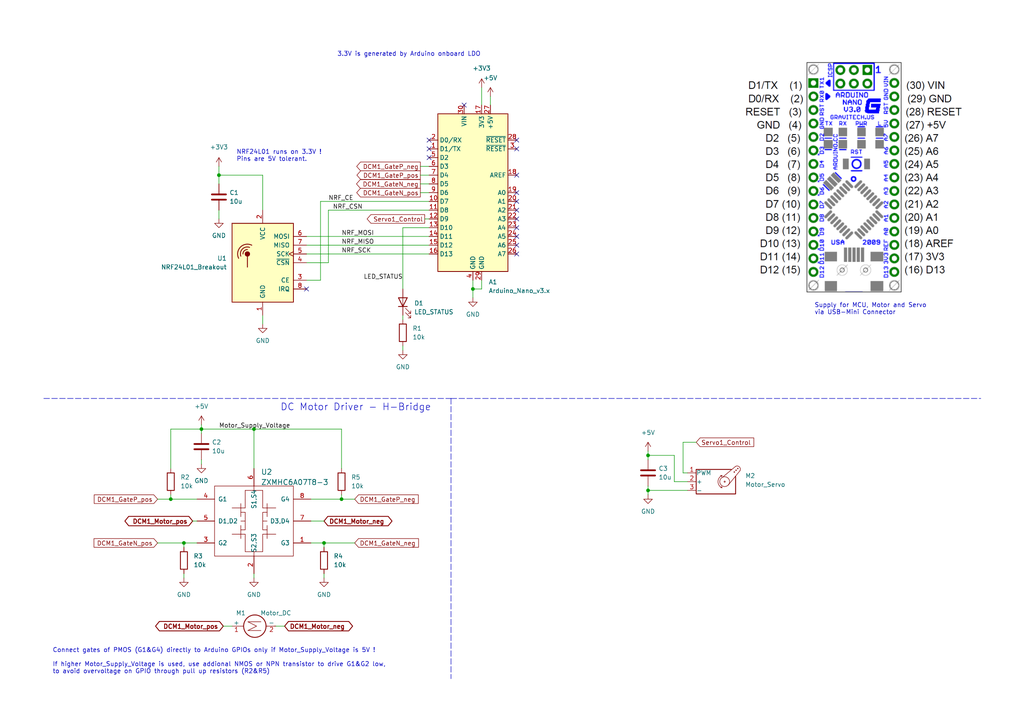
<source format=kicad_sch>
(kicad_sch (version 20211123) (generator eeschema)
  (paper "A4")
  (title_block (title "RC Receiver") (date "2022-10-07") (rev "1") (company "www.redlabs.de") (comment 1 "Julian Schindler"))
  (lib_symbols
    (symbol "Device:C" (pin_numbers hide) (pin_names (offset 0.254))
      (property "Reference" "C" (at 0.635 2.54 0))
      (property "Value" "C" (at 0.635 -2.54 0))
      (symbol "C_0_1"
        (polyline (pts (xy -2.032 -0.762) (xy 2.032 -0.762)) (stroke (width 0.508)))
        (polyline (pts (xy -2.032 0.762) (xy 2.032 0.762)) (stroke (width 0.508)))
      )
      (symbol "C_1_1"
        (pin passive line (at 0 3.81 270) (length 2.794) (name "~") (number "1"))
        (pin passive line (at 0 -3.81 90) (length 2.794) (name "~") (number "2"))
      )
    )
    (symbol "Device:LED" (pin_numbers hide) (pin_names (offset 1.016) hide)
      (property "Reference" "D" (at 0 2.54 0))
      (property "Value" "LED" (at 0 -2.54 0))
      (symbol "LED_0_1"
        (polyline (pts (xy -1.27 -1.27) (xy -1.27 1.27)) (stroke (width 0.254)))
        (polyline (pts (xy -1.27 0) (xy 1.27 0)))
        (polyline (pts (xy 1.27 -1.27) (xy 1.27 1.27) (xy -1.27 0) (xy 1.27 -1.27)) (stroke (width 0.254)))
        (polyline (pts (xy -3.048 -0.762) (xy -4.572 -2.286) (xy -3.81 -2.286) (xy -4.572 -2.286) (xy -4.572 -1.524)))
        (polyline (pts (xy -1.778 -0.762) (xy -3.302 -2.286) (xy -2.54 -2.286) (xy -3.302 -2.286) (xy -3.302 -1.524)))
      )
      (symbol "LED_1_1"
        (pin passive line (at -3.81 0 0) (length 2.54) (name "K") (number "1"))
        (pin passive line (at 3.81 0 180) (length 2.54) (name "A") (number "2"))
      )
    )
    (symbol "Device:R" (pin_numbers hide) (pin_names (offset 0))
      (property "Reference" "R" (at 2.032 0 90))
      (property "Value" "R" (at 0 0 90))
      (symbol "R_0_1"
        (rectangle (start -1.016 -2.54) (end 1.016 2.54) (stroke (width 0.254)))
      )
      (symbol "R_1_1"
        (pin passive line (at 0 3.81 270) (length 1.27) (name "~") (number "1"))
        (pin passive line (at 0 -3.81 90) (length 1.27) (name "~") (number "2"))
      )
    )
    (symbol "MCU_Module:Arduino_Nano_v3.x"
      (property "Reference" "A" (at -10.16 23.495 0))
      (property "Value" "Arduino_Nano_v3.x" (at 5.08 -24.13 0))
      (symbol "Arduino_Nano_v3.x_0_1"
        (rectangle (start -10.16 22.86) (end 10.16 -22.86) (stroke (width 0.254)) (fill (type background)))
      )
      (symbol "Arduino_Nano_v3.x_1_1"
        (pin bidirectional line (at -12.7 12.7 0) (length 2.54) (name "D1/TX") (number "1"))
        (pin bidirectional line (at -12.7 -2.54 0) (length 2.54) (name "D7") (number "10"))
        (pin bidirectional line (at -12.7 -5.08 0) (length 2.54) (name "D8") (number "11"))
        (pin bidirectional line (at -12.7 -7.62 0) (length 2.54) (name "D9") (number "12"))
        (pin bidirectional line (at -12.7 -10.16 0) (length 2.54) (name "D10") (number "13"))
        (pin bidirectional line (at -12.7 -12.7 0) (length 2.54) (name "D11") (number "14"))
        (pin bidirectional line (at -12.7 -15.24 0) (length 2.54) (name "D12") (number "15"))
        (pin bidirectional line (at -12.7 -17.78 0) (length 2.54) (name "D13") (number "16"))
        (pin power_out line (at 2.54 25.4 270) (length 2.54) (name "3V3") (number "17"))
        (pin input line (at 12.7 5.08 180) (length 2.54) (name "AREF") (number "18"))
        (pin bidirectional line (at 12.7 0 180) (length 2.54) (name "A0") (number "19"))
        (pin bidirectional line (at -12.7 15.24 0) (length 2.54) (name "D0/RX") (number "2"))
        (pin bidirectional line (at 12.7 -2.54 180) (length 2.54) (name "A1") (number "20"))
        (pin bidirectional line (at 12.7 -5.08 180) (length 2.54) (name "A2") (number "21"))
        (pin bidirectional line (at 12.7 -7.62 180) (length 2.54) (name "A3") (number "22"))
        (pin bidirectional line (at 12.7 -10.16 180) (length 2.54) (name "A4") (number "23"))
        (pin bidirectional line (at 12.7 -12.7 180) (length 2.54) (name "A5") (number "24"))
        (pin bidirectional line (at 12.7 -15.24 180) (length 2.54) (name "A6") (number "25"))
        (pin bidirectional line (at 12.7 -17.78 180) (length 2.54) (name "A7") (number "26"))
        (pin power_out line (at 5.08 25.4 270) (length 2.54) (name "+5V") (number "27"))
        (pin input line (at 12.7 15.24 180) (length 2.54) (name "~{RESET}") (number "28"))
        (pin power_in line (at 2.54 -25.4 90) (length 2.54) (name "GND") (number "29"))
        (pin input line (at 12.7 12.7 180) (length 2.54) (name "~{RESET}") (number "3"))
        (pin power_in line (at -2.54 25.4 270) (length 2.54) (name "VIN") (number "30"))
        (pin power_in line (at 0 -25.4 90) (length 2.54) (name "GND") (number "4"))
        (pin bidirectional line (at -12.7 10.16 0) (length 2.54) (name "D2") (number "5"))
        (pin bidirectional line (at -12.7 7.62 0) (length 2.54) (name "D3") (number "6"))
        (pin bidirectional line (at -12.7 5.08 0) (length 2.54) (name "D4") (number "7"))
        (pin bidirectional line (at -12.7 2.54 0) (length 2.54) (name "D5") (number "8"))
        (pin bidirectional line (at -12.7 0 0) (length 2.54) (name "D6") (number "9"))
      )
    )
    (symbol "Motor:Motor_DC" (pin_names (offset 0))
      (property "Reference" "M" (at 2.54 2.54 0))
      (property "Value" "Motor_DC" (at 2.54 -5.08 0))
      (symbol "Motor_DC_0_0"
        (polyline (pts (xy -1.27 -3.302) (xy -1.27 0.508) (xy 0 -2.032) (xy 1.27 0.508) (xy 1.27 -3.302)))
      )
      (symbol "Motor_DC_0_1"
        (circle (center 0 -1.524) (radius 3.2512) (stroke (width 0.254)))
        (polyline (pts (xy 0 -7.62) (xy 0 -7.112)))
        (polyline (pts (xy 0 -4.7752) (xy 0 -5.1816)))
        (polyline (pts (xy 0 1.7272) (xy 0 2.0828)))
        (polyline (pts (xy 0 2.032) (xy 0 2.54)))
      )
      (symbol "Motor_DC_1_1"
        (pin passive line (at 0 5.08 270) (length 2.54) (name "+") (number "1"))
        (pin passive line (at 0 -7.62 90) (length 2.54) (name "-") (number "2"))
      )
    )
    (symbol "Motor:Motor_Servo" (pin_names (offset 0.0254))
      (property "Reference" "M" (at -5.08 4.445 0))
      (property "Value" "Motor_Servo" (at -5.08 -4.064 0))
      (symbol "Motor_Servo_0_1"
        (polyline (pts (xy 2.413 -1.778) (xy 2.032 -1.778)))
        (polyline (pts (xy 2.413 -1.778) (xy 2.286 -1.397)))
        (polyline (pts (xy 2.413 1.778) (xy 1.905 1.778)))
        (polyline (pts (xy 2.413 1.778) (xy 2.286 1.397)))
        (polyline (pts (xy 6.35 4.445) (xy 2.54 1.27)))
        (polyline (pts (xy 7.62 3.175) (xy 4.191 -1.016)))
        (polyline (pts (xy 5.08 3.556) (xy -5.08 3.556) (xy -5.08 -3.556) (xy 6.35 -3.556) (xy 6.35 1.524)) (stroke (width 0.254)))
        (arc (start 2.413 1.778) (mid 1.2406 0) (end 2.413 -1.778))
        (circle (center 3.175 0) (radius 0.1778))
        (circle (center 3.175 0) (radius 1.4224))
        (circle (center 5.969 2.794) (radius 0.127))
        (circle (center 6.477 3.302) (radius 0.127))
        (circle (center 6.985 3.81) (radius 0.127))
        (arc (start 7.62 3.175) (mid 7.4485 4.2735) (end 6.35 4.445))
      )
      (symbol "Motor_Servo_1_1"
        (pin passive line (at -7.62 2.54 0) (length 2.54) (name "PWM") (number "1"))
        (pin passive line (at -7.62 0 0) (length 2.54) (name "+") (number "2"))
        (pin passive line (at -7.62 -2.54 0) (length 2.54) (name "-") (number "3"))
      )
    )
    (symbol "RF:NRF24L01_Breakout" (pin_names (offset 1.016))
      (property "Reference" "U" (at -8.89 12.7 0))
      (property "Value" "NRF24L01_Breakout" (at 3.81 12.7 0))
      (symbol "NRF24L01_Breakout_0_1"
        (rectangle (start -8.89 11.43) (end 8.89 -11.43) (stroke (width 0.254)) (fill (type background)))
        (polyline (pts (xy 4.445 1.905) (xy 4.445 -1.27)) (stroke (width 0.254)))
        (circle (center 4.445 2.54) (radius 0.635) (stroke (width 0.254)) (fill (type outline)))
        (arc (start 5.715 2.54) (mid 5.3559 3.4509) (end 4.445 3.81) (stroke (width 0.254)))
        (arc (start 6.35 1.905) (mid 5.8833 3.9783) (end 3.81 4.445) (stroke (width 0.254)))
        (arc (start 6.985 1.27) (mid 6.453 4.548) (end 3.175 5.08) (stroke (width 0.254)))
      )
      (symbol "NRF24L01_Breakout_1_1"
        (pin power_in line (at 0 -15.24 90) (length 3.81) (name "GND") (number "1"))
        (pin power_in line (at 0 15.24 270) (length 3.81) (name "VCC") (number "2"))
        (pin input line (at -12.7 -5.08 0) (length 3.81) (name "CE") (number "3"))
        (pin input line (at -12.7 0 0) (length 3.81) (name "~{CSN}") (number "4"))
        (pin input clock (at -12.7 2.54 0) (length 3.81) (name "SCK") (number "5"))
        (pin input line (at -12.7 7.62 0) (length 3.81) (name "MOSI") (number "6"))
        (pin output line (at -12.7 5.08 0) (length 3.81) (name "MISO") (number "7"))
        (pin output line (at -12.7 -7.62 0) (length 3.81) (name "IRQ") (number "8"))
      )
    )
    (symbol "power:+3.3V" (power) (pin_names (offset 0))
      (property "Value" "+3.3V" (at 0 3.556 0))
      (symbol "+3.3V_0_1"
        (polyline (pts (xy -0.762 1.27) (xy 0 2.54)))
        (polyline (pts (xy 0 0) (xy 0 2.54)))
        (polyline (pts (xy 0 2.54) (xy 0.762 1.27)))
      )
      (symbol "+3.3V_1_1"
        (pin power_in line (at 0 0 90) (length 0) hide (name "+3V3") (number "1"))
      )
    )
    (symbol "power:+5V" (power) (pin_names (offset 0))
      (property "Value" "+5V" (at 0 3.556 0))
      (symbol "+5V_0_1"
        (polyline (pts (xy -0.762 1.27) (xy 0 2.54)))
        (polyline (pts (xy 0 0) (xy 0 2.54)))
        (polyline (pts (xy 0 2.54) (xy 0.762 1.27)))
      )
      (symbol "+5V_1_1"
        (pin power_in line (at 0 0 90) (length 0) hide (name "+5V") (number "1"))
      )
    )
    (symbol "power:GND" (power) (pin_names (offset 0))
      (property "Value" "GND" (at 0 -3.81 0))
      (symbol "GND_0_1"
        (polyline (pts (xy 0 0) (xy 0 -1.27) (xy 1.27 -1.27) (xy 0 -2.54) (xy -1.27 -1.27) (xy 0 -1.27)))
      )
      (symbol "GND_1_1"
        (pin power_in line (at 0 0 270) (length 0) hide (name "GND") (number "1"))
      )
    )
    (symbol "redLabs:ZXMHC6A07T8-3" (pin_names (offset 1.016))
      (property "Reference" "U" (at 6.35 11.43 0))
      (property "Value" "ZXMHC6A07T8-3" (at 11.43 -11.43 0))
      (symbol "ZXMHC6A07T8-3_0_0"
        (polyline (pts (xy -2.54 0) (xy -3.81 0)))
        (polyline (pts (xy 2.54 0) (xy 3.81 0)))
      )
      (symbol "ZXMHC6A07T8-3_0_1"
        (rectangle (start -11.43 10.16) (end 11.43 -10.16))
        (polyline (pts (xy -3.81 -3.81) (xy -6.35 -3.81)))
        (polyline (pts (xy -3.81 -1.27) (xy -3.81 -5.08)))
        (polyline (pts (xy -3.81 3.81) (xy -6.35 3.81)))
        (polyline (pts (xy -3.81 5.08) (xy -3.81 1.27)))
        (polyline (pts (xy -2.54 -3.81) (xy -3.81 -3.81)))
        (polyline (pts (xy -2.54 -2.54) (xy -3.81 -2.54)))
        (polyline (pts (xy -2.54 2.54) (xy -3.81 2.54)))
        (polyline (pts (xy -2.54 2.54) (xy -2.54 -2.54)))
        (polyline (pts (xy -2.54 3.81) (xy -3.81 3.81)))
        (polyline (pts (xy -2.54 3.81) (xy -2.54 6.35)))
        (polyline (pts (xy -2.54 6.35) (xy -2.54 8.89)))
        (polyline (pts (xy -2.54 8.89) (xy 2.54 8.89)))
        (polyline (pts (xy 0 8.89) (xy 0 10.16)))
        (polyline (pts (xy 2.54 -2.54) (xy 3.81 -2.54)))
        (polyline (pts (xy 2.54 3.81) (xy 3.81 3.81)))
        (polyline (pts (xy 2.54 8.89) (xy 2.54 3.81)))
        (polyline (pts (xy 3.81 -3.81) (xy 2.54 -3.81)))
        (polyline (pts (xy 3.81 -3.81) (xy 6.35 -3.81)))
        (polyline (pts (xy 3.81 -1.27) (xy 3.81 -5.08)))
        (polyline (pts (xy 3.81 1.27) (xy 3.81 5.08)))
        (polyline (pts (xy 3.81 3.81) (xy 6.35 3.81)))
        (polyline (pts (xy 0 -8.89) (xy 2.54 -8.89) (xy 2.54 -3.81)))
        (polyline (pts (xy 3.81 2.54) (xy 2.54 2.54) (xy 2.54 -2.54)))
        (polyline (pts (xy -2.54 -3.81) (xy -2.54 -8.89) (xy 0 -8.89) (xy 0 -10.16)))
      )
      (symbol "ZXMHC6A07T8-3_1_1"
        (pin input line (at 16.51 -6.35 180) (length 5.08) (name "G3") (number "1"))
        (pin input line (at 0 -15.24 90) (length 5.08) (name "S2,S3") (number "2"))
        (pin input line (at -16.51 -6.35 0) (length 5.08) (name "G2") (number "3"))
        (pin input line (at -16.51 6.35 0) (length 5.08) (name "G1") (number "4"))
        (pin input line (at -16.51 0 0) (length 5.08) (name "D1,D2") (number "5"))
        (pin input line (at 0 15.24 270) (length 5.08) (name "S1,S4") (number "6"))
        (pin input line (at 16.51 0 180) (length 5.08) (name "D3,D4") (number "7"))
        (pin input line (at 16.51 6.35 180) (length 5.08) (name "G4") (number "8"))
      )
    )
  )
  (junction (at 63.5 50.8))
  (junction (at 187.96 132.08))
  (junction (at 53.34 157.48))
  (junction (at 58.42 124.46))
  (junction (at 187.96 142.24))
  (junction (at 137.16 83.82))
  (junction (at 99.06 144.78))
  (junction (at 93.98 157.48))
  (junction (at 49.53 144.78))
  (junction (at 73.66 124.46))
  (no_connect (at 124.46 45.72))
  (no_connect (at 149.86 58.42))
  (no_connect (at 149.86 60.96))
  (no_connect (at 149.86 63.5))
  (no_connect (at 149.86 66.04))
  (no_connect (at 149.86 68.58))
  (no_connect (at 149.86 71.12))
  (no_connect (at 149.86 73.66))
  (no_connect (at 149.86 55.88))
  (no_connect (at 134.62 30.48))
  (no_connect (at 124.46 40.64))
  (no_connect (at 149.86 40.64))
  (no_connect (at 124.46 43.18))
  (no_connect (at 149.86 43.18))
  (no_connect (at 88.9 83.82))
  (no_connect (at 149.86 50.8))
  (wire (pts (xy 90.17 151.13) (xy 93.98 151.13)))
  (wire (pts (xy 116.84 83.82) (xy 116.84 66.04)))
  (wire (pts (xy 58.42 123.19) (xy 58.42 124.46)))
  (wire (pts (xy 73.66 166.37) (xy 73.66 167.64)))
  (wire (pts (xy 198.12 128.27) (xy 201.93 128.27)))
  (wire (pts (xy 63.5 60.96) (xy 63.5 63.5)))
  (wire (pts (xy 198.12 137.16) (xy 198.12 128.27)))
  (wire (pts (xy 195.58 139.7) (xy 195.58 132.08)))
  (wire (pts (xy 187.96 142.24) (xy 199.39 142.24)))
  (wire (pts (xy 121.92 53.34) (xy 124.46 53.34)))
  (wire (pts (xy 88.9 81.28) (xy 92.964 81.28)))
  (wire (pts (xy 88.9 71.12) (xy 124.46 71.12)))
  (wire (pts (xy 49.53 124.46) (xy 49.53 135.89)))
  (wire (pts (xy 142.24 27.94) (xy 142.24 30.48)))
  (wire (pts (xy 121.92 55.88) (xy 124.46 55.88)))
  (wire (pts (xy 139.7 83.82) (xy 137.16 83.82)))
  (wire (pts (xy 93.98 157.48) (xy 90.17 157.48)))
  (wire (pts (xy 137.16 81.28) (xy 137.16 83.82)))
  (wire (pts (xy 99.06 124.46) (xy 73.66 124.46)))
  (wire (pts (xy 88.9 73.66) (xy 124.46 73.66)))
  (wire (pts (xy 58.42 124.46) (xy 58.42 125.73)))
  (wire (pts (xy 99.06 144.78) (xy 102.87 144.78)))
  (wire (pts (xy 116.84 101.6) (xy 116.84 100.33)))
  (wire (pts (xy 73.66 124.46) (xy 58.42 124.46)))
  (wire (pts (xy 80.01 181.61) (xy 82.55 181.61)))
  (wire (pts (xy 76.2 91.44) (xy 76.2 93.98)))
  (wire (pts (xy 99.06 144.78) (xy 90.17 144.78)))
  (wire (pts (xy 187.96 130.81) (xy 187.96 132.08)))
  (wire (pts (xy 76.2 50.8) (xy 63.5 50.8)))
  (polyline (pts (xy 130.81 115.57) (xy 284.48 115.57)))
  (wire (pts (xy 195.58 132.08) (xy 187.96 132.08)))
  (wire (pts (xy 116.84 92.71) (xy 116.84 91.44)))
  (wire (pts (xy 139.7 81.28) (xy 139.7 83.82)))
  (wire (pts (xy 95.25 76.2) (xy 95.25 60.96)))
  (wire (pts (xy 187.96 140.97) (xy 187.96 142.24)))
  (wire (pts (xy 88.9 68.58) (xy 124.46 68.58)))
  (wire (pts (xy 63.5 50.8) (xy 63.5 53.34)))
  (wire (pts (xy 199.39 139.7) (xy 195.58 139.7)))
  (wire (pts (xy 57.15 157.48) (xy 53.34 157.48)))
  (wire (pts (xy 99.06 143.51) (xy 99.06 144.78)))
  (wire (pts (xy 121.92 50.8) (xy 124.46 50.8)))
  (wire (pts (xy 187.96 142.24) (xy 187.96 143.51)))
  (wire (pts (xy 45.72 144.78) (xy 49.53 144.78)))
  (wire (pts (xy 95.25 60.96) (xy 124.46 60.96)))
  (wire (pts (xy 76.2 60.96) (xy 76.2 50.8)))
  (wire (pts (xy 88.9 76.2) (xy 95.25 76.2)))
  (wire (pts (xy 92.964 81.28) (xy 92.964 58.42)))
  (wire (pts (xy 137.16 83.82) (xy 137.16 86.36)))
  (polyline (pts (xy 12.7 115.57) (xy 130.81 115.57)))
  (wire (pts (xy 93.98 158.75) (xy 93.98 157.48)))
  (wire (pts (xy 63.5 48.26) (xy 63.5 50.8)))
  (wire (pts (xy 93.98 157.48) (xy 102.87 157.48)))
  (wire (pts (xy 99.06 124.46) (xy 99.06 135.89)))
  (wire (pts (xy 64.77 181.61) (xy 67.31 181.61)))
  (wire (pts (xy 53.34 166.37) (xy 53.34 167.64)))
  (wire (pts (xy 55.88 151.13) (xy 57.15 151.13)))
  (wire (pts (xy 57.15 144.78) (xy 49.53 144.78)))
  (wire (pts (xy 53.34 157.48) (xy 53.34 158.75)))
  (wire (pts (xy 49.53 144.78) (xy 49.53 143.51)))
  (wire (pts (xy 93.98 167.64) (xy 93.98 166.37)))
  (wire (pts (xy 45.72 157.48) (xy 53.34 157.48)))
  (wire (pts (xy 92.964 58.42) (xy 124.46 58.42)))
  (wire (pts (xy 49.53 124.46) (xy 58.42 124.46)))
  (wire (pts (xy 199.39 137.16) (xy 198.12 137.16)))
  (wire (pts (xy 121.92 48.26) (xy 124.46 48.26)))
  (wire (pts (xy 58.42 133.35) (xy 58.42 134.62)))
  (wire (pts (xy 123.19 63.5) (xy 124.46 63.5)))
  (polyline (pts (xy 130.81 115.57) (xy 130.81 196.85)))
  (wire (pts (xy 116.84 66.04) (xy 124.46 66.04)))
  (wire (pts (xy 73.66 135.89) (xy 73.66 124.46)))
  (wire (pts (xy 139.7 25.4) (xy 139.7 30.48)))
  (wire (pts (xy 187.96 132.08) (xy 187.96 133.35)))
  (image (at 247.904 51.308))
  (text "3.3V is generated by Arduino onboard LDO" (at 97.79 16.51 0) (effects (font (size 1.27 1.27)) (justify left bottom)))
  (text "NRF24L01 runs on 3.3V !\nPins are 5V tolerant." (at 68.58 46.99 0) (effects (font (size 1.27 1.27)) (justify left bottom)))
  (text "Connect gates of PMOS (G1&G4) directly to Arduino GPIOs only if Motor_Supply_Voltage is 5V !\n\nIf higher Motor_Supply_Voltage is used, use addional NMOS or NPN transistor to drive G1&G2 low, \nto avoid overvoltage on GPIO through pull up resistors (R2&R5)" (at 15.24 195.58 0) (effects (font (size 1.27 1.27)) (justify left bottom)))
  (text "Supply for MCU, Motor and Servo\nvia USB-Mini Connector" (at 236.22 91.44 0) (effects (font (size 1.27 1.27)) (justify left bottom)))
  (text "DC Motor Driver - H-Bridge" (at 81.28 119.38 0) (effects (font (size 2 2)) (justify left bottom)))
  (label "Motor_Supply_Voltage" (at 63.5 124.46 0))
  (label "NRF_SCK" (at 99.06 73.66 0))
  (label "NRF_CSN" (at 96.52 60.96 0))
  (label "NRF_MISO" (at 99.06 71.12 0))
  (label "LED_STATUS" (at 116.84 81.28 180))
  (label "NRF_MOSI" (at 99.06 68.58 0))
  (label "NRF_CE" (at 95.25 58.42 0))
  (global_label "DCM1_GateP_neg" (shape input) (at 102.87 144.78 0) (property "Intersheet References" "${INTERSHEET_REFS}" (effects hide)))
  (global_label "DCM1_GateN_pos" (shape output) (at 121.92 55.88 180) (property "Intersheet References" "${INTERSHEET_REFS}" (effects hide)))
  (global_label "DCM1_GateP_pos" (shape input) (at 45.72 144.78 180) (property "Intersheet References" "${INTERSHEET_REFS}" (effects hide)))
  (global_label "DCM1_Motor_neg" (shape bidirectional) (at 93.98 151.13 0) (effects (font (thickness 0.254) bold)) (property "Intersheet References" "${INTERSHEET_REFS}" (effects hide)))
  (global_label "Servo1_Control" (shape input) (at 201.93 128.27 0) (property "Intersheet References" "${INTERSHEET_REFS}" (effects hide)))
  (global_label "DCM1_Motor_pos" (shape bidirectional) (at 55.88 151.13 180) (effects (font (thickness 0.254) bold)) (property "Intersheet References" "${INTERSHEET_REFS}" (effects hide)))
  (global_label "DCM1_GateP_neg" (shape output) (at 121.92 48.26 180) (property "Intersheet References" "${INTERSHEET_REFS}" (effects hide)))
  (global_label "DCM1_Motor_neg" (shape bidirectional) (at 82.55 181.61 0) (effects (font (thickness 0.254) bold)) (property "Intersheet References" "${INTERSHEET_REFS}" (effects hide)))
  (global_label "DCM1_GateN_pos" (shape input) (at 45.72 157.48 180) (property "Intersheet References" "${INTERSHEET_REFS}" (effects hide)))
  (global_label "DCM1_GateN_neg" (shape output) (at 121.92 53.34 180) (property "Intersheet References" "${INTERSHEET_REFS}" (effects hide)))
  (global_label "DCM1_Motor_pos" (shape bidirectional) (at 64.77 181.61 180) (effects (font (thickness 0.254) bold)) (property "Intersheet References" "${INTERSHEET_REFS}" (effects hide)))
  (global_label "Servo1_Control" (shape output) (at 123.19 63.5 180) (property "Intersheet References" "${INTERSHEET_REFS}" (effects hide)))
  (global_label "DCM1_GateP_pos" (shape output) (at 121.92 50.8 180) (property "Intersheet References" "${INTERSHEET_REFS}" (effects hide)))
  (global_label "DCM1_GateN_neg" (shape input) (at 102.87 157.48 0) (property "Intersheet References" "${INTERSHEET_REFS}" (effects hide)))
  (symbol (lib_id "RF:NRF24L01_Breakout") (at 76.2 76.2 0) (mirror y) (unit 1)
    (property "Reference" "U1" (at 65.786 74.9299 0) (effects (justify left)))
    (property "Value" "NRF24L01_Breakout" (at 65.786 77.4699 0) (effects (justify left)))
    (property "Footprint" "RF_Module:nRF24L01_Breakout" (effects hide))
    (property "Datasheet" "http://www.nordicsemi.com/eng/content/download/2730/34105/file/nRF24L01_Product_Specification_v2_0.pdf" (effects hide))
  )
  (symbol (lib_id "power:GND") (at 187.96 143.51 0) (unit 1)
    (property "Reference" "#PWR016" (effects hide))
    (property "Value" "GND" (at 187.96 148.336 0))
  )
  (symbol (lib_id "power:GND") (at 58.42 134.62 0) (unit 1)
    (property "Reference" "#PWR010" (effects hide))
    (property "Value" "GND" (at 58.42 139.446 0))
  )
  (symbol (lib_id "Device:C") (at 63.5 57.15 0) (unit 1)
    (property "Reference" "C1" (at 66.548 55.8799 0) (effects (justify left)))
    (property "Value" "10u" (at 66.548 58.4199 0) (effects (justify left)))
  )
  (symbol (lib_id "power:GND") (at 76.2 93.98 0) (unit 1)
    (property "Reference" "#PWR011" (effects hide))
    (property "Value" "GND" (at 76.2 98.806 0))
  )
  (symbol (lib_id "Device:R") (at 99.06 139.7 180) (unit 1)
    (property "Reference" "R5" (at 101.854 138.4299 0) (effects (justify right)))
    (property "Value" "10k" (at 101.854 140.9699 0) (effects (justify right)))
  )
  (symbol (lib_id "power:GND") (at 53.34 167.64 0) (unit 1)
    (property "Reference" "#PWR07" (effects hide))
    (property "Value" "GND" (at 53.34 172.466 0))
  )
  (symbol (lib_id "Device:R") (at 93.98 162.56 180) (unit 1)
    (property "Reference" "R4" (at 96.774 161.2899 0) (effects (justify right)))
    (property "Value" "10k" (at 96.774 163.8299 0) (effects (justify right)))
  )
  (symbol (lib_id "Device:LED") (at 116.84 87.63 90) (unit 1)
    (property "Reference" "D1" (at 120.142 87.9474 90) (effects (justify right)))
    (property "Value" "LED_STATUS" (at 120.142 90.4874 90) (effects (justify right)))
  )
  (symbol (lib_id "power:+5V") (at 142.24 27.94 0) (unit 1)
    (property "Reference" "#PWR08" (effects hide))
    (property "Value" "+5V" (at 142.24 22.606 0))
  )
  (symbol (lib_id "power:+3.3V") (at 63.5 48.26 0) (mirror y) (unit 1)
    (property "Reference" "#PWR01" (effects hide))
    (property "Value" "+3.3V" (at 63.5 42.672 0))
  )
  (symbol (lib_id "Device:R") (at 53.34 162.56 180) (unit 1)
    (property "Reference" "R3" (at 56.134 161.2899 0) (effects (justify right)))
    (property "Value" "10k" (at 56.134 163.8299 0) (effects (justify right)))
  )
  (symbol (lib_id "redLabs:ZXMHC6A07T8-3") (at 73.66 151.13 0) (unit 1)
    (property "Reference" "U2" (at 75.6794 136.8859 0) (effects (font (size 1.524 1.524)) (justify left)))
    (property "Value" "ZXMHC6A07T8-3" (at 75.6794 139.8793 0) (effects (font (size 1.524 1.524)) (justify left)))
  )
  (symbol (lib_id "Device:R") (at 116.84 96.52 180) (unit 1)
    (property "Reference" "R1" (at 119.634 95.2499 0) (effects (justify right)))
    (property "Value" "10k" (at 119.634 97.7899 0) (effects (justify right)))
  )
  (symbol (lib_id "Device:R") (at 49.53 139.7 180) (unit 1)
    (property "Reference" "R2" (at 52.324 138.4299 0) (effects (justify right)))
    (property "Value" "10k" (at 52.324 140.9699 0) (effects (justify right)))
  )
  (symbol (lib_id "power:GND") (at 93.98 167.64 0) (unit 1)
    (property "Reference" "#PWR013" (effects hide))
    (property "Value" "GND" (at 93.98 172.466 0))
  )
  (symbol (lib_id "Device:C") (at 58.42 129.54 0) (unit 1)
    (property "Reference" "C2" (at 61.468 128.2699 0) (effects (justify left)))
    (property "Value" "10u" (at 61.468 130.8099 0) (effects (justify left)))
  )
  (symbol (lib_id "power:+3.3V") (at 139.7 25.4 0) (unit 1)
    (property "Reference" "#PWR06" (effects hide))
    (property "Value" "+3.3V" (at 139.7 19.812 0))
  )
  (symbol (lib_id "Motor:Motor_DC") (at 72.39 181.61 90) (unit 1)
    (property "Reference" "M1" (at 69.85 177.8 90))
    (property "Value" "Motor_DC" (at 80.01 177.8 90))
  )
  (symbol (lib_id "Motor:Motor_Servo") (at 207.01 139.7 0) (unit 1)
    (property "Reference" "M2" (at 216.154 137.9965 0) (effects (justify left)))
    (property "Value" "Motor_Servo" (at 216.154 140.5365 0) (effects (justify left)))
    (property "Datasheet" "http://forums.parallax.com/uploads/attachments/46831/74481.png" (effects hide))
  )
  (symbol (lib_id "power:GND") (at 137.16 86.36 0) (unit 1)
    (property "Reference" "#PWR05" (effects hide))
    (property "Value" "GND" (at 137.16 91.186 0))
  )
  (symbol (lib_id "power:+5V") (at 58.42 123.19 0) (unit 1)
    (property "Reference" "#PWR09" (effects hide))
    (property "Value" "+5V" (at 58.42 117.856 0))
  )
  (symbol (lib_id "power:GND") (at 73.66 167.64 0) (unit 1)
    (property "Reference" "#PWR012" (effects hide))
    (property "Value" "GND" (at 73.66 172.466 0))
  )
  (symbol (lib_id "MCU_Module:Arduino_Nano_v3.x") (at 137.16 55.88 0) (unit 1)
    (property "Reference" "A1" (at 141.7194 81.788 0) (effects (justify left)))
    (property "Value" "Arduino_Nano_v3.x" (at 141.7194 84.328 0) (effects (justify left)))
    (property "Footprint" "Module:Arduino_Nano" (effects hide))
    (property "Datasheet" "http://www.mouser.com/pdfdocs/Gravitech_Arduino_Nano3_0.pdf" (effects hide))
  )
  (symbol (lib_id "Device:C") (at 187.96 137.16 0) (unit 1)
    (property "Reference" "C3" (at 191.008 135.8899 0) (effects (justify left)))
    (property "Value" "10u" (at 191.008 138.4299 0) (effects (justify left)))
  )
  (symbol (lib_id "power:GND") (at 63.5 63.5 0) (mirror y) (unit 1)
    (property "Reference" "#PWR02" (effects hide))
    (property "Value" "GND" (at 63.5 68.326 0))
  )
  (symbol (lib_id "power:GND") (at 116.84 101.6 0) (unit 1)
    (property "Reference" "#PWR04" (effects hide))
    (property "Value" "GND" (at 116.84 106.426 0))
  )
  (symbol (lib_id "power:+5V") (at 187.96 130.81 0) (unit 1)
    (property "Reference" "#PWR015" (effects hide))
    (property "Value" "+5V" (at 187.96 125.476 0))
  )
)
</source>
